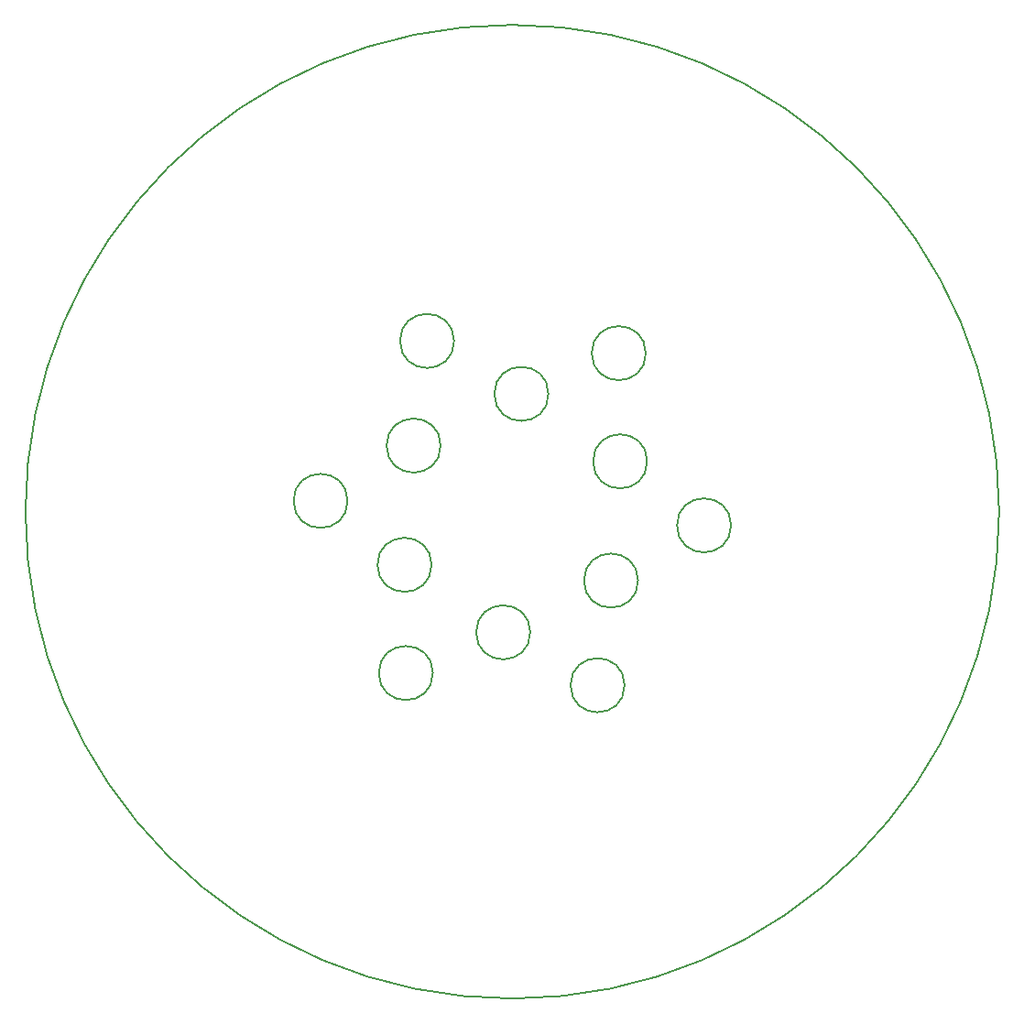
<source format=gbr>
%TF.GenerationSoftware,KiCad,Pcbnew,(6.0.10)*%
%TF.CreationDate,2023-09-07T19:24:17+02:00*%
%TF.ProjectId,Sterilization stick,53746572-696c-4697-9a61-74696f6e2073,rev?*%
%TF.SameCoordinates,Original*%
%TF.FileFunction,Profile,NP*%
%FSLAX46Y46*%
G04 Gerber Fmt 4.6, Leading zero omitted, Abs format (unit mm)*
G04 Created by KiCad (PCBNEW (6.0.10)) date 2023-09-07 19:24:17*
%MOMM*%
%LPD*%
G01*
G04 APERTURE LIST*
%TA.AperFunction,Profile*%
%ADD10C,0.200000*%
%TD*%
G04 APERTURE END LIST*
D10*
X159138581Y-114525901D02*
G75*
G03*
X159138581Y-114525901I-2500000J0D01*
G01*
X150014910Y-108286760D02*
G75*
G03*
X150014910Y-108286760I-2500000J0D01*
G01*
X169945089Y-98723239D02*
G75*
G03*
X169945089Y-98723239I-2500000J0D01*
G01*
X169103671Y-109744140D02*
G75*
G03*
X169103671Y-109744140I-2500000J0D01*
G01*
X169821418Y-88721730D02*
G75*
G03*
X169821418Y-88721730I-2500000J0D01*
G01*
X177703396Y-104636283D02*
G75*
G03*
X177703396Y-104636283I-2500000J0D01*
G01*
X152098022Y-87590446D02*
G75*
G03*
X152098022Y-87590446I-2500000J0D01*
G01*
X142256603Y-102373716D02*
G75*
G03*
X142256603Y-102373716I-2500000J0D01*
G01*
X202480000Y-103378000D02*
G75*
G03*
X202480000Y-103378000I-45000000J0D01*
G01*
X150138581Y-118288269D02*
G75*
G03*
X150138581Y-118288269I-2500000J0D01*
G01*
X167861977Y-119419553D02*
G75*
G03*
X167861977Y-119419553I-2500000J0D01*
G01*
X150856328Y-97265859D02*
G75*
G03*
X150856328Y-97265859I-2500000J0D01*
G01*
X160821418Y-92484098D02*
G75*
G03*
X160821418Y-92484098I-2500000J0D01*
G01*
M02*

</source>
